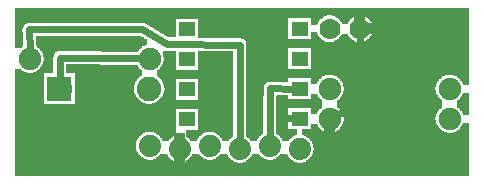
<source format=gbl>
G04 MADE WITH FRITZING*
G04 WWW.FRITZING.ORG*
G04 DOUBLE SIDED*
G04 HOLES PLATED*
G04 CONTOUR ON CENTER OF CONTOUR VECTOR*
%ASAXBY*%
%FSLAX23Y23*%
%MOIN*%
%OFA0B0*%
%SFA1.0B1.0*%
%ADD10C,0.075000*%
%ADD11C,0.074000*%
%ADD12C,0.070000*%
%ADD13C,0.082000*%
%ADD14R,0.055118X0.051181*%
%ADD15R,0.000110X0.000102*%
%ADD16R,0.082000X0.082000*%
%ADD17C,0.024000*%
%LNCOPPER0*%
G90*
G70*
G54D10*
X1293Y547D03*
G54D11*
X488Y141D03*
X588Y131D03*
X688Y141D03*
X788Y131D03*
X888Y141D03*
X988Y131D03*
G54D10*
X1088Y331D03*
X1488Y331D03*
X1088Y231D03*
X1488Y231D03*
G54D12*
X1088Y531D03*
X1188Y531D03*
G54D13*
X188Y331D03*
X486Y331D03*
G54D10*
X88Y431D03*
X488Y431D03*
G54D14*
X988Y531D03*
X988Y431D03*
X988Y331D03*
G54D15*
X988Y330D03*
G54D14*
X988Y231D03*
X613Y529D03*
X613Y429D03*
X613Y329D03*
X613Y229D03*
G54D16*
X187Y331D03*
G54D17*
X189Y435D02*
X460Y432D01*
D02*
X188Y363D02*
X189Y435D01*
D02*
X788Y162D02*
X788Y478D01*
D02*
X463Y529D02*
X87Y529D01*
D02*
X547Y480D02*
X463Y529D01*
D02*
X87Y529D02*
X88Y460D01*
D02*
X788Y478D02*
X547Y480D01*
D02*
X1188Y505D02*
X1187Y287D01*
D02*
X1187Y287D02*
X1113Y245D01*
D02*
X889Y332D02*
X966Y331D01*
D02*
X888Y172D02*
X889Y332D01*
G36*
X40Y600D02*
X40Y576D01*
X1196Y576D01*
X1196Y574D01*
X1202Y574D01*
X1202Y572D01*
X1206Y572D01*
X1206Y570D01*
X1210Y570D01*
X1210Y568D01*
X1212Y568D01*
X1212Y566D01*
X1216Y566D01*
X1216Y564D01*
X1218Y564D01*
X1218Y562D01*
X1220Y562D01*
X1220Y560D01*
X1222Y560D01*
X1222Y558D01*
X1224Y558D01*
X1224Y554D01*
X1226Y554D01*
X1226Y552D01*
X1228Y552D01*
X1228Y548D01*
X1230Y548D01*
X1230Y544D01*
X1232Y544D01*
X1232Y536D01*
X1234Y536D01*
X1234Y526D01*
X1232Y526D01*
X1232Y518D01*
X1230Y518D01*
X1230Y514D01*
X1228Y514D01*
X1228Y510D01*
X1226Y510D01*
X1226Y508D01*
X1224Y508D01*
X1224Y504D01*
X1222Y504D01*
X1222Y502D01*
X1220Y502D01*
X1220Y500D01*
X1218Y500D01*
X1218Y498D01*
X1216Y498D01*
X1216Y496D01*
X1214Y496D01*
X1214Y494D01*
X1210Y494D01*
X1210Y492D01*
X1208Y492D01*
X1208Y490D01*
X1202Y490D01*
X1202Y488D01*
X1196Y488D01*
X1196Y486D01*
X1552Y486D01*
X1552Y600D01*
X40Y600D01*
G37*
D02*
G36*
X40Y576D02*
X40Y566D01*
X1026Y566D01*
X1026Y542D01*
X1046Y542D01*
X1046Y546D01*
X1048Y546D01*
X1048Y550D01*
X1050Y550D01*
X1050Y554D01*
X1052Y554D01*
X1052Y556D01*
X1054Y556D01*
X1054Y560D01*
X1056Y560D01*
X1056Y562D01*
X1058Y562D01*
X1058Y564D01*
X1062Y564D01*
X1062Y566D01*
X1064Y566D01*
X1064Y568D01*
X1066Y568D01*
X1066Y570D01*
X1070Y570D01*
X1070Y572D01*
X1074Y572D01*
X1074Y574D01*
X1080Y574D01*
X1080Y576D01*
X40Y576D01*
G37*
D02*
G36*
X1096Y576D02*
X1096Y574D01*
X1102Y574D01*
X1102Y572D01*
X1106Y572D01*
X1106Y570D01*
X1110Y570D01*
X1110Y568D01*
X1112Y568D01*
X1112Y566D01*
X1116Y566D01*
X1116Y564D01*
X1118Y564D01*
X1118Y562D01*
X1120Y562D01*
X1120Y560D01*
X1122Y560D01*
X1122Y558D01*
X1124Y558D01*
X1124Y554D01*
X1126Y554D01*
X1126Y552D01*
X1128Y552D01*
X1128Y548D01*
X1148Y548D01*
X1148Y550D01*
X1150Y550D01*
X1150Y554D01*
X1152Y554D01*
X1152Y556D01*
X1154Y556D01*
X1154Y558D01*
X1156Y558D01*
X1156Y562D01*
X1158Y562D01*
X1158Y564D01*
X1162Y564D01*
X1162Y566D01*
X1164Y566D01*
X1164Y568D01*
X1166Y568D01*
X1166Y570D01*
X1170Y570D01*
X1170Y572D01*
X1174Y572D01*
X1174Y574D01*
X1180Y574D01*
X1180Y576D01*
X1096Y576D01*
G37*
D02*
G36*
X40Y566D02*
X40Y564D01*
X650Y564D01*
X650Y500D01*
X792Y500D01*
X792Y498D01*
X798Y498D01*
X798Y496D01*
X950Y496D01*
X950Y566D01*
X40Y566D01*
G37*
D02*
G36*
X40Y564D02*
X40Y550D01*
X472Y550D01*
X472Y548D01*
X476Y548D01*
X476Y546D01*
X480Y546D01*
X480Y544D01*
X482Y544D01*
X482Y542D01*
X486Y542D01*
X486Y540D01*
X490Y540D01*
X490Y538D01*
X492Y538D01*
X492Y536D01*
X496Y536D01*
X496Y534D01*
X500Y534D01*
X500Y532D01*
X502Y532D01*
X502Y530D01*
X506Y530D01*
X506Y528D01*
X510Y528D01*
X510Y526D01*
X514Y526D01*
X514Y524D01*
X516Y524D01*
X516Y522D01*
X520Y522D01*
X520Y520D01*
X524Y520D01*
X524Y518D01*
X526Y518D01*
X526Y516D01*
X530Y516D01*
X530Y514D01*
X534Y514D01*
X534Y512D01*
X536Y512D01*
X536Y510D01*
X540Y510D01*
X540Y508D01*
X544Y508D01*
X544Y506D01*
X546Y506D01*
X546Y504D01*
X550Y504D01*
X550Y502D01*
X576Y502D01*
X576Y564D01*
X40Y564D01*
G37*
D02*
G36*
X40Y550D02*
X40Y466D01*
X60Y466D01*
X60Y468D01*
X62Y468D01*
X62Y470D01*
X66Y470D01*
X66Y520D01*
X64Y520D01*
X64Y530D01*
X66Y530D01*
X66Y538D01*
X68Y538D01*
X68Y542D01*
X70Y542D01*
X70Y544D01*
X72Y544D01*
X72Y546D01*
X74Y546D01*
X74Y548D01*
X78Y548D01*
X78Y550D01*
X40Y550D01*
G37*
D02*
G36*
X1026Y520D02*
X1026Y496D01*
X1060Y496D01*
X1060Y498D01*
X1058Y498D01*
X1058Y500D01*
X1056Y500D01*
X1056Y502D01*
X1054Y502D01*
X1054Y506D01*
X1052Y506D01*
X1052Y508D01*
X1050Y508D01*
X1050Y510D01*
X1048Y510D01*
X1048Y514D01*
X1046Y514D01*
X1046Y520D01*
X1026Y520D01*
G37*
D02*
G36*
X1128Y514D02*
X1128Y510D01*
X1126Y510D01*
X1126Y508D01*
X1124Y508D01*
X1124Y504D01*
X1122Y504D01*
X1122Y502D01*
X1120Y502D01*
X1120Y500D01*
X1118Y500D01*
X1118Y498D01*
X1116Y498D01*
X1116Y496D01*
X1114Y496D01*
X1114Y494D01*
X1110Y494D01*
X1110Y492D01*
X1106Y492D01*
X1106Y490D01*
X1102Y490D01*
X1102Y488D01*
X1096Y488D01*
X1096Y486D01*
X1180Y486D01*
X1180Y488D01*
X1174Y488D01*
X1174Y490D01*
X1170Y490D01*
X1170Y492D01*
X1166Y492D01*
X1166Y494D01*
X1164Y494D01*
X1164Y496D01*
X1160Y496D01*
X1160Y498D01*
X1158Y498D01*
X1158Y500D01*
X1156Y500D01*
X1156Y502D01*
X1154Y502D01*
X1154Y506D01*
X1152Y506D01*
X1152Y508D01*
X1150Y508D01*
X1150Y512D01*
X1148Y512D01*
X1148Y514D01*
X1128Y514D01*
G37*
D02*
G36*
X110Y506D02*
X110Y472D01*
X112Y472D01*
X112Y470D01*
X114Y470D01*
X114Y468D01*
X116Y468D01*
X116Y466D01*
X120Y466D01*
X120Y464D01*
X122Y464D01*
X122Y460D01*
X124Y460D01*
X124Y458D01*
X126Y458D01*
X126Y456D01*
X326Y456D01*
X326Y454D01*
X448Y454D01*
X448Y456D01*
X450Y456D01*
X450Y458D01*
X452Y458D01*
X452Y460D01*
X454Y460D01*
X454Y462D01*
X456Y462D01*
X456Y464D01*
X458Y464D01*
X458Y466D01*
X460Y466D01*
X460Y468D01*
X462Y468D01*
X462Y470D01*
X464Y470D01*
X464Y472D01*
X468Y472D01*
X468Y474D01*
X472Y474D01*
X472Y476D01*
X478Y476D01*
X478Y496D01*
X474Y496D01*
X474Y498D01*
X470Y498D01*
X470Y500D01*
X468Y500D01*
X468Y502D01*
X464Y502D01*
X464Y504D01*
X460Y504D01*
X460Y506D01*
X110Y506D01*
G37*
D02*
G36*
X802Y496D02*
X802Y494D01*
X1064Y494D01*
X1064Y496D01*
X802Y496D01*
G37*
D02*
G36*
X802Y496D02*
X802Y494D01*
X1064Y494D01*
X1064Y496D01*
X802Y496D01*
G37*
D02*
G36*
X804Y494D02*
X804Y492D01*
X806Y492D01*
X806Y490D01*
X808Y490D01*
X808Y486D01*
X1080Y486D01*
X1080Y488D01*
X1074Y488D01*
X1074Y490D01*
X1070Y490D01*
X1070Y492D01*
X1066Y492D01*
X1066Y494D01*
X804Y494D01*
G37*
D02*
G36*
X810Y486D02*
X810Y484D01*
X1552Y484D01*
X1552Y486D01*
X810Y486D01*
G37*
D02*
G36*
X810Y486D02*
X810Y484D01*
X1552Y484D01*
X1552Y486D01*
X810Y486D01*
G37*
D02*
G36*
X810Y486D02*
X810Y484D01*
X1552Y484D01*
X1552Y486D01*
X810Y486D01*
G37*
D02*
G36*
X810Y484D02*
X810Y466D01*
X1026Y466D01*
X1026Y396D01*
X1552Y396D01*
X1552Y484D01*
X810Y484D01*
G37*
D02*
G36*
X810Y466D02*
X810Y396D01*
X950Y396D01*
X950Y466D01*
X810Y466D01*
G37*
D02*
G36*
X534Y458D02*
X534Y438D01*
X536Y438D01*
X536Y424D01*
X534Y424D01*
X534Y416D01*
X532Y416D01*
X532Y412D01*
X530Y412D01*
X530Y408D01*
X528Y408D01*
X528Y406D01*
X526Y406D01*
X526Y404D01*
X524Y404D01*
X524Y400D01*
X522Y400D01*
X522Y398D01*
X520Y398D01*
X520Y396D01*
X518Y396D01*
X518Y394D01*
X514Y394D01*
X514Y392D01*
X576Y392D01*
X576Y458D01*
X534Y458D01*
G37*
D02*
G36*
X128Y456D02*
X128Y452D01*
X130Y452D01*
X130Y450D01*
X132Y450D01*
X132Y444D01*
X134Y444D01*
X134Y438D01*
X136Y438D01*
X136Y424D01*
X134Y424D01*
X134Y418D01*
X132Y418D01*
X132Y412D01*
X130Y412D01*
X130Y408D01*
X128Y408D01*
X128Y406D01*
X126Y406D01*
X126Y404D01*
X124Y404D01*
X124Y400D01*
X122Y400D01*
X122Y398D01*
X120Y398D01*
X120Y396D01*
X118Y396D01*
X118Y394D01*
X114Y394D01*
X114Y392D01*
X112Y392D01*
X112Y390D01*
X108Y390D01*
X108Y388D01*
X104Y388D01*
X104Y386D01*
X98Y386D01*
X98Y384D01*
X166Y384D01*
X166Y438D01*
X168Y438D01*
X168Y444D01*
X170Y444D01*
X170Y448D01*
X172Y448D01*
X172Y450D01*
X174Y450D01*
X174Y452D01*
X176Y452D01*
X176Y454D01*
X180Y454D01*
X180Y456D01*
X128Y456D01*
G37*
D02*
G36*
X650Y456D02*
X650Y392D01*
X766Y392D01*
X766Y456D01*
X650Y456D01*
G37*
D02*
G36*
X210Y412D02*
X210Y382D01*
X238Y382D01*
X238Y334D01*
X240Y334D01*
X240Y328D01*
X238Y328D01*
X238Y280D01*
X476Y280D01*
X476Y282D01*
X470Y282D01*
X470Y284D01*
X466Y284D01*
X466Y286D01*
X462Y286D01*
X462Y288D01*
X460Y288D01*
X460Y290D01*
X456Y290D01*
X456Y292D01*
X454Y292D01*
X454Y294D01*
X452Y294D01*
X452Y296D01*
X450Y296D01*
X450Y298D01*
X448Y298D01*
X448Y300D01*
X446Y300D01*
X446Y304D01*
X444Y304D01*
X444Y306D01*
X442Y306D01*
X442Y310D01*
X440Y310D01*
X440Y314D01*
X438Y314D01*
X438Y318D01*
X436Y318D01*
X436Y342D01*
X438Y342D01*
X438Y348D01*
X440Y348D01*
X440Y352D01*
X442Y352D01*
X442Y356D01*
X444Y356D01*
X444Y358D01*
X446Y358D01*
X446Y362D01*
X448Y362D01*
X448Y364D01*
X450Y364D01*
X450Y366D01*
X452Y366D01*
X452Y368D01*
X454Y368D01*
X454Y370D01*
X456Y370D01*
X456Y372D01*
X460Y372D01*
X460Y374D01*
X462Y374D01*
X462Y394D01*
X460Y394D01*
X460Y396D01*
X458Y396D01*
X458Y398D01*
X454Y398D01*
X454Y402D01*
X452Y402D01*
X452Y404D01*
X450Y404D01*
X450Y406D01*
X448Y406D01*
X448Y410D01*
X324Y410D01*
X324Y412D01*
X210Y412D01*
G37*
D02*
G36*
X40Y396D02*
X40Y384D01*
X78Y384D01*
X78Y386D01*
X72Y386D01*
X72Y388D01*
X68Y388D01*
X68Y390D01*
X64Y390D01*
X64Y392D01*
X62Y392D01*
X62Y394D01*
X60Y394D01*
X60Y396D01*
X40Y396D01*
G37*
D02*
G36*
X810Y396D02*
X810Y394D01*
X1552Y394D01*
X1552Y396D01*
X810Y396D01*
G37*
D02*
G36*
X810Y396D02*
X810Y394D01*
X1552Y394D01*
X1552Y396D01*
X810Y396D01*
G37*
D02*
G36*
X810Y394D02*
X810Y378D01*
X1498Y378D01*
X1498Y376D01*
X1504Y376D01*
X1504Y374D01*
X1508Y374D01*
X1508Y372D01*
X1512Y372D01*
X1512Y370D01*
X1514Y370D01*
X1514Y368D01*
X1516Y368D01*
X1516Y366D01*
X1520Y366D01*
X1520Y364D01*
X1522Y364D01*
X1522Y362D01*
X1524Y362D01*
X1524Y358D01*
X1526Y358D01*
X1526Y356D01*
X1528Y356D01*
X1528Y352D01*
X1530Y352D01*
X1530Y350D01*
X1532Y350D01*
X1532Y344D01*
X1552Y344D01*
X1552Y394D01*
X810Y394D01*
G37*
D02*
G36*
X512Y392D02*
X512Y390D01*
X766Y390D01*
X766Y392D01*
X512Y392D01*
G37*
D02*
G36*
X512Y392D02*
X512Y390D01*
X766Y390D01*
X766Y392D01*
X512Y392D01*
G37*
D02*
G36*
X512Y390D02*
X512Y372D01*
X516Y372D01*
X516Y370D01*
X518Y370D01*
X518Y368D01*
X520Y368D01*
X520Y366D01*
X522Y366D01*
X522Y364D01*
X650Y364D01*
X650Y292D01*
X766Y292D01*
X766Y390D01*
X512Y390D01*
G37*
D02*
G36*
X40Y384D02*
X40Y382D01*
X166Y382D01*
X166Y384D01*
X40Y384D01*
G37*
D02*
G36*
X40Y384D02*
X40Y382D01*
X166Y382D01*
X166Y384D01*
X40Y384D01*
G37*
D02*
G36*
X40Y382D02*
X40Y280D01*
X136Y280D01*
X136Y382D01*
X40Y382D01*
G37*
D02*
G36*
X810Y378D02*
X810Y366D01*
X1026Y366D01*
X1026Y348D01*
X1046Y348D01*
X1046Y352D01*
X1048Y352D01*
X1048Y356D01*
X1050Y356D01*
X1050Y358D01*
X1052Y358D01*
X1052Y360D01*
X1054Y360D01*
X1054Y362D01*
X1056Y362D01*
X1056Y364D01*
X1058Y364D01*
X1058Y366D01*
X1060Y366D01*
X1060Y368D01*
X1062Y368D01*
X1062Y370D01*
X1064Y370D01*
X1064Y372D01*
X1068Y372D01*
X1068Y374D01*
X1072Y374D01*
X1072Y376D01*
X1078Y376D01*
X1078Y378D01*
X810Y378D01*
G37*
D02*
G36*
X1098Y378D02*
X1098Y376D01*
X1104Y376D01*
X1104Y374D01*
X1108Y374D01*
X1108Y372D01*
X1112Y372D01*
X1112Y370D01*
X1114Y370D01*
X1114Y368D01*
X1116Y368D01*
X1116Y366D01*
X1120Y366D01*
X1120Y364D01*
X1122Y364D01*
X1122Y362D01*
X1124Y362D01*
X1124Y358D01*
X1126Y358D01*
X1126Y356D01*
X1128Y356D01*
X1128Y352D01*
X1130Y352D01*
X1130Y350D01*
X1132Y350D01*
X1132Y344D01*
X1134Y344D01*
X1134Y338D01*
X1136Y338D01*
X1136Y324D01*
X1134Y324D01*
X1134Y316D01*
X1132Y316D01*
X1132Y312D01*
X1130Y312D01*
X1130Y308D01*
X1128Y308D01*
X1128Y306D01*
X1126Y306D01*
X1126Y304D01*
X1124Y304D01*
X1124Y300D01*
X1122Y300D01*
X1122Y298D01*
X1120Y298D01*
X1120Y296D01*
X1118Y296D01*
X1118Y294D01*
X1114Y294D01*
X1114Y292D01*
X1112Y292D01*
X1112Y270D01*
X1114Y270D01*
X1114Y268D01*
X1116Y268D01*
X1116Y266D01*
X1120Y266D01*
X1120Y264D01*
X1122Y264D01*
X1122Y262D01*
X1124Y262D01*
X1124Y258D01*
X1126Y258D01*
X1126Y256D01*
X1128Y256D01*
X1128Y252D01*
X1130Y252D01*
X1130Y250D01*
X1132Y250D01*
X1132Y244D01*
X1134Y244D01*
X1134Y238D01*
X1136Y238D01*
X1136Y224D01*
X1134Y224D01*
X1134Y216D01*
X1132Y216D01*
X1132Y212D01*
X1130Y212D01*
X1130Y208D01*
X1128Y208D01*
X1128Y206D01*
X1126Y206D01*
X1126Y204D01*
X1124Y204D01*
X1124Y200D01*
X1122Y200D01*
X1122Y198D01*
X1120Y198D01*
X1120Y196D01*
X1118Y196D01*
X1118Y194D01*
X1114Y194D01*
X1114Y192D01*
X1112Y192D01*
X1112Y190D01*
X1108Y190D01*
X1108Y188D01*
X1104Y188D01*
X1104Y186D01*
X1098Y186D01*
X1098Y184D01*
X1478Y184D01*
X1478Y186D01*
X1472Y186D01*
X1472Y188D01*
X1468Y188D01*
X1468Y190D01*
X1464Y190D01*
X1464Y192D01*
X1462Y192D01*
X1462Y194D01*
X1460Y194D01*
X1460Y196D01*
X1458Y196D01*
X1458Y198D01*
X1456Y198D01*
X1456Y200D01*
X1454Y200D01*
X1454Y202D01*
X1452Y202D01*
X1452Y204D01*
X1450Y204D01*
X1450Y206D01*
X1448Y206D01*
X1448Y210D01*
X1446Y210D01*
X1446Y214D01*
X1444Y214D01*
X1444Y218D01*
X1442Y218D01*
X1442Y226D01*
X1440Y226D01*
X1440Y236D01*
X1442Y236D01*
X1442Y244D01*
X1444Y244D01*
X1444Y248D01*
X1446Y248D01*
X1446Y252D01*
X1448Y252D01*
X1448Y256D01*
X1450Y256D01*
X1450Y258D01*
X1452Y258D01*
X1452Y260D01*
X1454Y260D01*
X1454Y262D01*
X1456Y262D01*
X1456Y264D01*
X1458Y264D01*
X1458Y266D01*
X1460Y266D01*
X1460Y268D01*
X1462Y268D01*
X1462Y270D01*
X1464Y270D01*
X1464Y292D01*
X1462Y292D01*
X1462Y294D01*
X1460Y294D01*
X1460Y296D01*
X1458Y296D01*
X1458Y298D01*
X1456Y298D01*
X1456Y300D01*
X1454Y300D01*
X1454Y302D01*
X1452Y302D01*
X1452Y304D01*
X1450Y304D01*
X1450Y306D01*
X1448Y306D01*
X1448Y310D01*
X1446Y310D01*
X1446Y314D01*
X1444Y314D01*
X1444Y318D01*
X1442Y318D01*
X1442Y326D01*
X1440Y326D01*
X1440Y336D01*
X1442Y336D01*
X1442Y344D01*
X1444Y344D01*
X1444Y348D01*
X1446Y348D01*
X1446Y352D01*
X1448Y352D01*
X1448Y356D01*
X1450Y356D01*
X1450Y358D01*
X1452Y358D01*
X1452Y360D01*
X1454Y360D01*
X1454Y362D01*
X1456Y362D01*
X1456Y364D01*
X1458Y364D01*
X1458Y366D01*
X1460Y366D01*
X1460Y368D01*
X1462Y368D01*
X1462Y370D01*
X1464Y370D01*
X1464Y372D01*
X1468Y372D01*
X1468Y374D01*
X1472Y374D01*
X1472Y376D01*
X1478Y376D01*
X1478Y378D01*
X1098Y378D01*
G37*
D02*
G36*
X810Y366D02*
X810Y170D01*
X814Y170D01*
X814Y168D01*
X816Y168D01*
X816Y166D01*
X818Y166D01*
X818Y164D01*
X820Y164D01*
X820Y162D01*
X822Y162D01*
X822Y160D01*
X824Y160D01*
X824Y158D01*
X846Y158D01*
X846Y162D01*
X848Y162D01*
X848Y164D01*
X850Y164D01*
X850Y168D01*
X852Y168D01*
X852Y170D01*
X854Y170D01*
X854Y172D01*
X856Y172D01*
X856Y174D01*
X858Y174D01*
X858Y176D01*
X860Y176D01*
X860Y178D01*
X862Y178D01*
X862Y180D01*
X866Y180D01*
X866Y308D01*
X868Y308D01*
X868Y340D01*
X870Y340D01*
X870Y344D01*
X872Y344D01*
X872Y346D01*
X874Y346D01*
X874Y348D01*
X876Y348D01*
X876Y350D01*
X878Y350D01*
X878Y352D01*
X884Y352D01*
X884Y354D01*
X950Y354D01*
X950Y366D01*
X810Y366D01*
G37*
D02*
G36*
X524Y364D02*
X524Y362D01*
X526Y362D01*
X526Y360D01*
X528Y360D01*
X528Y356D01*
X530Y356D01*
X530Y354D01*
X532Y354D01*
X532Y350D01*
X534Y350D01*
X534Y344D01*
X536Y344D01*
X536Y334D01*
X538Y334D01*
X538Y328D01*
X536Y328D01*
X536Y318D01*
X534Y318D01*
X534Y312D01*
X532Y312D01*
X532Y308D01*
X530Y308D01*
X530Y306D01*
X528Y306D01*
X528Y302D01*
X526Y302D01*
X526Y300D01*
X524Y300D01*
X524Y298D01*
X522Y298D01*
X522Y296D01*
X520Y296D01*
X520Y294D01*
X518Y294D01*
X518Y292D01*
X576Y292D01*
X576Y364D01*
X524Y364D01*
G37*
D02*
G36*
X516Y292D02*
X516Y290D01*
X766Y290D01*
X766Y292D01*
X516Y292D01*
G37*
D02*
G36*
X516Y292D02*
X516Y290D01*
X766Y290D01*
X766Y292D01*
X516Y292D01*
G37*
D02*
G36*
X514Y290D02*
X514Y288D01*
X510Y288D01*
X510Y286D01*
X506Y286D01*
X506Y284D01*
X502Y284D01*
X502Y282D01*
X496Y282D01*
X496Y280D01*
X766Y280D01*
X766Y290D01*
X514Y290D01*
G37*
D02*
G36*
X40Y280D02*
X40Y278D01*
X766Y278D01*
X766Y280D01*
X40Y280D01*
G37*
D02*
G36*
X40Y280D02*
X40Y278D01*
X766Y278D01*
X766Y280D01*
X40Y280D01*
G37*
D02*
G36*
X40Y280D02*
X40Y278D01*
X766Y278D01*
X766Y280D01*
X40Y280D01*
G37*
D02*
G36*
X40Y278D02*
X40Y264D01*
X650Y264D01*
X650Y192D01*
X608Y192D01*
X608Y188D01*
X696Y188D01*
X696Y186D01*
X702Y186D01*
X702Y184D01*
X708Y184D01*
X708Y182D01*
X710Y182D01*
X710Y180D01*
X714Y180D01*
X714Y178D01*
X716Y178D01*
X716Y176D01*
X718Y176D01*
X718Y174D01*
X720Y174D01*
X720Y172D01*
X722Y172D01*
X722Y170D01*
X724Y170D01*
X724Y168D01*
X726Y168D01*
X726Y166D01*
X728Y166D01*
X728Y162D01*
X730Y162D01*
X730Y158D01*
X752Y158D01*
X752Y160D01*
X754Y160D01*
X754Y162D01*
X756Y162D01*
X756Y164D01*
X758Y164D01*
X758Y166D01*
X760Y166D01*
X760Y168D01*
X762Y168D01*
X762Y170D01*
X766Y170D01*
X766Y278D01*
X40Y278D01*
G37*
D02*
G36*
X40Y264D02*
X40Y188D01*
X496Y188D01*
X496Y186D01*
X502Y186D01*
X502Y184D01*
X508Y184D01*
X508Y182D01*
X510Y182D01*
X510Y180D01*
X514Y180D01*
X514Y178D01*
X516Y178D01*
X516Y176D01*
X518Y176D01*
X518Y174D01*
X520Y174D01*
X520Y172D01*
X522Y172D01*
X522Y170D01*
X524Y170D01*
X524Y168D01*
X526Y168D01*
X526Y166D01*
X528Y166D01*
X528Y162D01*
X530Y162D01*
X530Y158D01*
X552Y158D01*
X552Y160D01*
X554Y160D01*
X554Y162D01*
X556Y162D01*
X556Y164D01*
X558Y164D01*
X558Y166D01*
X560Y166D01*
X560Y168D01*
X562Y168D01*
X562Y170D01*
X566Y170D01*
X566Y172D01*
X570Y172D01*
X570Y174D01*
X574Y174D01*
X574Y176D01*
X576Y176D01*
X576Y264D01*
X40Y264D01*
G37*
D02*
G36*
X1532Y216D02*
X1532Y212D01*
X1530Y212D01*
X1530Y208D01*
X1528Y208D01*
X1528Y206D01*
X1526Y206D01*
X1526Y204D01*
X1524Y204D01*
X1524Y200D01*
X1522Y200D01*
X1522Y198D01*
X1520Y198D01*
X1520Y196D01*
X1518Y196D01*
X1518Y194D01*
X1514Y194D01*
X1514Y192D01*
X1512Y192D01*
X1512Y190D01*
X1508Y190D01*
X1508Y188D01*
X1504Y188D01*
X1504Y186D01*
X1498Y186D01*
X1498Y184D01*
X1552Y184D01*
X1552Y216D01*
X1532Y216D01*
G37*
D02*
G36*
X1026Y214D02*
X1026Y196D01*
X996Y196D01*
X996Y184D01*
X1078Y184D01*
X1078Y186D01*
X1072Y186D01*
X1072Y188D01*
X1068Y188D01*
X1068Y190D01*
X1064Y190D01*
X1064Y192D01*
X1062Y192D01*
X1062Y194D01*
X1060Y194D01*
X1060Y196D01*
X1058Y196D01*
X1058Y198D01*
X1056Y198D01*
X1056Y200D01*
X1054Y200D01*
X1054Y202D01*
X1052Y202D01*
X1052Y204D01*
X1050Y204D01*
X1050Y206D01*
X1048Y206D01*
X1048Y210D01*
X1046Y210D01*
X1046Y214D01*
X1026Y214D01*
G37*
D02*
G36*
X40Y188D02*
X40Y94D01*
X480Y94D01*
X480Y96D01*
X474Y96D01*
X474Y98D01*
X468Y98D01*
X468Y100D01*
X466Y100D01*
X466Y102D01*
X462Y102D01*
X462Y104D01*
X460Y104D01*
X460Y106D01*
X458Y106D01*
X458Y108D01*
X456Y108D01*
X456Y110D01*
X454Y110D01*
X454Y112D01*
X452Y112D01*
X452Y114D01*
X450Y114D01*
X450Y118D01*
X448Y118D01*
X448Y120D01*
X446Y120D01*
X446Y124D01*
X444Y124D01*
X444Y130D01*
X442Y130D01*
X442Y152D01*
X444Y152D01*
X444Y158D01*
X446Y158D01*
X446Y162D01*
X448Y162D01*
X448Y164D01*
X450Y164D01*
X450Y168D01*
X452Y168D01*
X452Y170D01*
X454Y170D01*
X454Y172D01*
X456Y172D01*
X456Y174D01*
X458Y174D01*
X458Y176D01*
X460Y176D01*
X460Y178D01*
X462Y178D01*
X462Y180D01*
X466Y180D01*
X466Y182D01*
X470Y182D01*
X470Y184D01*
X474Y184D01*
X474Y186D01*
X480Y186D01*
X480Y188D01*
X40Y188D01*
G37*
D02*
G36*
X608Y188D02*
X608Y172D01*
X610Y172D01*
X610Y170D01*
X614Y170D01*
X614Y168D01*
X616Y168D01*
X616Y166D01*
X618Y166D01*
X618Y164D01*
X620Y164D01*
X620Y162D01*
X622Y162D01*
X622Y160D01*
X624Y160D01*
X624Y158D01*
X646Y158D01*
X646Y162D01*
X648Y162D01*
X648Y164D01*
X650Y164D01*
X650Y168D01*
X652Y168D01*
X652Y170D01*
X654Y170D01*
X654Y172D01*
X656Y172D01*
X656Y174D01*
X658Y174D01*
X658Y176D01*
X660Y176D01*
X660Y178D01*
X662Y178D01*
X662Y180D01*
X666Y180D01*
X666Y182D01*
X670Y182D01*
X670Y184D01*
X674Y184D01*
X674Y186D01*
X680Y186D01*
X680Y188D01*
X608Y188D01*
G37*
D02*
G36*
X996Y184D02*
X996Y182D01*
X1552Y182D01*
X1552Y184D01*
X996Y184D01*
G37*
D02*
G36*
X996Y184D02*
X996Y182D01*
X1552Y182D01*
X1552Y184D01*
X996Y184D01*
G37*
D02*
G36*
X996Y184D02*
X996Y182D01*
X1552Y182D01*
X1552Y184D01*
X996Y184D01*
G37*
D02*
G36*
X996Y182D02*
X996Y176D01*
X1002Y176D01*
X1002Y174D01*
X1008Y174D01*
X1008Y172D01*
X1010Y172D01*
X1010Y170D01*
X1014Y170D01*
X1014Y168D01*
X1016Y168D01*
X1016Y166D01*
X1018Y166D01*
X1018Y164D01*
X1020Y164D01*
X1020Y162D01*
X1022Y162D01*
X1022Y160D01*
X1024Y160D01*
X1024Y158D01*
X1026Y158D01*
X1026Y156D01*
X1028Y156D01*
X1028Y152D01*
X1030Y152D01*
X1030Y148D01*
X1032Y148D01*
X1032Y144D01*
X1034Y144D01*
X1034Y134D01*
X1036Y134D01*
X1036Y128D01*
X1034Y128D01*
X1034Y118D01*
X1032Y118D01*
X1032Y114D01*
X1030Y114D01*
X1030Y110D01*
X1028Y110D01*
X1028Y106D01*
X1026Y106D01*
X1026Y104D01*
X1024Y104D01*
X1024Y102D01*
X1022Y102D01*
X1022Y100D01*
X1020Y100D01*
X1020Y98D01*
X1018Y98D01*
X1018Y96D01*
X1016Y96D01*
X1016Y94D01*
X1014Y94D01*
X1014Y92D01*
X1010Y92D01*
X1010Y90D01*
X1008Y90D01*
X1008Y88D01*
X1004Y88D01*
X1004Y86D01*
X998Y86D01*
X998Y84D01*
X1552Y84D01*
X1552Y182D01*
X996Y182D01*
G37*
D02*
G36*
X524Y114D02*
X524Y112D01*
X522Y112D01*
X522Y110D01*
X520Y110D01*
X520Y108D01*
X518Y108D01*
X518Y106D01*
X516Y106D01*
X516Y104D01*
X514Y104D01*
X514Y102D01*
X510Y102D01*
X510Y100D01*
X508Y100D01*
X508Y98D01*
X504Y98D01*
X504Y96D01*
X498Y96D01*
X498Y94D01*
X560Y94D01*
X560Y96D01*
X558Y96D01*
X558Y98D01*
X556Y98D01*
X556Y100D01*
X554Y100D01*
X554Y102D01*
X552Y102D01*
X552Y104D01*
X550Y104D01*
X550Y108D01*
X548Y108D01*
X548Y110D01*
X546Y110D01*
X546Y114D01*
X524Y114D01*
G37*
D02*
G36*
X630Y114D02*
X630Y110D01*
X628Y110D01*
X628Y106D01*
X626Y106D01*
X626Y104D01*
X624Y104D01*
X624Y102D01*
X622Y102D01*
X622Y100D01*
X620Y100D01*
X620Y98D01*
X618Y98D01*
X618Y96D01*
X616Y96D01*
X616Y94D01*
X680Y94D01*
X680Y96D01*
X674Y96D01*
X674Y98D01*
X668Y98D01*
X668Y100D01*
X666Y100D01*
X666Y102D01*
X662Y102D01*
X662Y104D01*
X660Y104D01*
X660Y106D01*
X658Y106D01*
X658Y108D01*
X656Y108D01*
X656Y110D01*
X654Y110D01*
X654Y112D01*
X652Y112D01*
X652Y114D01*
X630Y114D01*
G37*
D02*
G36*
X724Y114D02*
X724Y112D01*
X722Y112D01*
X722Y110D01*
X720Y110D01*
X720Y108D01*
X718Y108D01*
X718Y106D01*
X716Y106D01*
X716Y104D01*
X714Y104D01*
X714Y102D01*
X710Y102D01*
X710Y100D01*
X708Y100D01*
X708Y98D01*
X704Y98D01*
X704Y96D01*
X698Y96D01*
X698Y94D01*
X760Y94D01*
X760Y96D01*
X758Y96D01*
X758Y98D01*
X756Y98D01*
X756Y100D01*
X754Y100D01*
X754Y102D01*
X752Y102D01*
X752Y104D01*
X750Y104D01*
X750Y108D01*
X748Y108D01*
X748Y110D01*
X746Y110D01*
X746Y114D01*
X724Y114D01*
G37*
D02*
G36*
X830Y114D02*
X830Y110D01*
X828Y110D01*
X828Y106D01*
X826Y106D01*
X826Y104D01*
X824Y104D01*
X824Y102D01*
X822Y102D01*
X822Y100D01*
X820Y100D01*
X820Y98D01*
X818Y98D01*
X818Y96D01*
X816Y96D01*
X816Y94D01*
X880Y94D01*
X880Y96D01*
X874Y96D01*
X874Y98D01*
X868Y98D01*
X868Y100D01*
X866Y100D01*
X866Y102D01*
X862Y102D01*
X862Y104D01*
X860Y104D01*
X860Y106D01*
X858Y106D01*
X858Y108D01*
X856Y108D01*
X856Y110D01*
X854Y110D01*
X854Y112D01*
X852Y112D01*
X852Y114D01*
X830Y114D01*
G37*
D02*
G36*
X924Y114D02*
X924Y112D01*
X922Y112D01*
X922Y110D01*
X920Y110D01*
X920Y108D01*
X918Y108D01*
X918Y106D01*
X916Y106D01*
X916Y104D01*
X914Y104D01*
X914Y102D01*
X910Y102D01*
X910Y100D01*
X908Y100D01*
X908Y98D01*
X904Y98D01*
X904Y96D01*
X898Y96D01*
X898Y94D01*
X960Y94D01*
X960Y96D01*
X958Y96D01*
X958Y98D01*
X956Y98D01*
X956Y100D01*
X954Y100D01*
X954Y102D01*
X952Y102D01*
X952Y104D01*
X950Y104D01*
X950Y108D01*
X948Y108D01*
X948Y110D01*
X946Y110D01*
X946Y114D01*
X924Y114D01*
G37*
D02*
G36*
X40Y94D02*
X40Y92D01*
X562Y92D01*
X562Y94D01*
X40Y94D01*
G37*
D02*
G36*
X40Y94D02*
X40Y92D01*
X562Y92D01*
X562Y94D01*
X40Y94D01*
G37*
D02*
G36*
X614Y94D02*
X614Y92D01*
X762Y92D01*
X762Y94D01*
X614Y94D01*
G37*
D02*
G36*
X614Y94D02*
X614Y92D01*
X762Y92D01*
X762Y94D01*
X614Y94D01*
G37*
D02*
G36*
X814Y94D02*
X814Y92D01*
X962Y92D01*
X962Y94D01*
X814Y94D01*
G37*
D02*
G36*
X814Y94D02*
X814Y92D01*
X962Y92D01*
X962Y94D01*
X814Y94D01*
G37*
D02*
G36*
X40Y92D02*
X40Y84D01*
X580Y84D01*
X580Y86D01*
X574Y86D01*
X574Y88D01*
X568Y88D01*
X568Y90D01*
X566Y90D01*
X566Y92D01*
X40Y92D01*
G37*
D02*
G36*
X610Y92D02*
X610Y90D01*
X608Y90D01*
X608Y88D01*
X604Y88D01*
X604Y86D01*
X598Y86D01*
X598Y84D01*
X780Y84D01*
X780Y86D01*
X774Y86D01*
X774Y88D01*
X768Y88D01*
X768Y90D01*
X766Y90D01*
X766Y92D01*
X610Y92D01*
G37*
D02*
G36*
X810Y92D02*
X810Y90D01*
X808Y90D01*
X808Y88D01*
X804Y88D01*
X804Y86D01*
X798Y86D01*
X798Y84D01*
X980Y84D01*
X980Y86D01*
X974Y86D01*
X974Y88D01*
X968Y88D01*
X968Y90D01*
X966Y90D01*
X966Y92D01*
X810Y92D01*
G37*
D02*
G36*
X40Y84D02*
X40Y82D01*
X1552Y82D01*
X1552Y84D01*
X40Y84D01*
G37*
D02*
G36*
X40Y84D02*
X40Y82D01*
X1552Y82D01*
X1552Y84D01*
X40Y84D01*
G37*
D02*
G36*
X40Y84D02*
X40Y82D01*
X1552Y82D01*
X1552Y84D01*
X40Y84D01*
G37*
D02*
G36*
X40Y84D02*
X40Y82D01*
X1552Y82D01*
X1552Y84D01*
X40Y84D01*
G37*
D02*
G36*
X40Y82D02*
X40Y40D01*
X1552Y40D01*
X1552Y82D01*
X40Y82D01*
G37*
D02*
G36*
X1532Y316D02*
X1532Y312D01*
X1530Y312D01*
X1530Y308D01*
X1528Y308D01*
X1528Y306D01*
X1526Y306D01*
X1526Y304D01*
X1524Y304D01*
X1524Y300D01*
X1522Y300D01*
X1522Y298D01*
X1520Y298D01*
X1520Y296D01*
X1518Y296D01*
X1518Y294D01*
X1514Y294D01*
X1514Y292D01*
X1512Y292D01*
X1512Y270D01*
X1514Y270D01*
X1514Y268D01*
X1516Y268D01*
X1516Y266D01*
X1520Y266D01*
X1520Y264D01*
X1522Y264D01*
X1522Y262D01*
X1524Y262D01*
X1524Y258D01*
X1526Y258D01*
X1526Y256D01*
X1528Y256D01*
X1528Y252D01*
X1530Y252D01*
X1530Y250D01*
X1532Y250D01*
X1532Y244D01*
X1552Y244D01*
X1552Y316D01*
X1532Y316D01*
G37*
D02*
G36*
X1026Y314D02*
X1026Y296D01*
X1058Y296D01*
X1058Y298D01*
X1056Y298D01*
X1056Y300D01*
X1054Y300D01*
X1054Y302D01*
X1052Y302D01*
X1052Y304D01*
X1050Y304D01*
X1050Y306D01*
X1048Y306D01*
X1048Y310D01*
X1046Y310D01*
X1046Y314D01*
X1026Y314D01*
G37*
D02*
G36*
X912Y310D02*
X912Y306D01*
X910Y306D01*
X910Y296D01*
X950Y296D01*
X950Y310D01*
X912Y310D01*
G37*
D02*
G36*
X910Y296D02*
X910Y294D01*
X1060Y294D01*
X1060Y296D01*
X910Y296D01*
G37*
D02*
G36*
X910Y296D02*
X910Y294D01*
X1060Y294D01*
X1060Y296D01*
X910Y296D01*
G37*
D02*
G36*
X910Y294D02*
X910Y266D01*
X1026Y266D01*
X1026Y248D01*
X1046Y248D01*
X1046Y252D01*
X1048Y252D01*
X1048Y256D01*
X1050Y256D01*
X1050Y258D01*
X1052Y258D01*
X1052Y260D01*
X1054Y260D01*
X1054Y262D01*
X1056Y262D01*
X1056Y264D01*
X1058Y264D01*
X1058Y266D01*
X1060Y266D01*
X1060Y268D01*
X1062Y268D01*
X1062Y270D01*
X1064Y270D01*
X1064Y292D01*
X1062Y292D01*
X1062Y294D01*
X910Y294D01*
G37*
D02*
G36*
X910Y266D02*
X910Y180D01*
X914Y180D01*
X914Y178D01*
X916Y178D01*
X916Y176D01*
X918Y176D01*
X918Y174D01*
X920Y174D01*
X920Y172D01*
X922Y172D01*
X922Y170D01*
X924Y170D01*
X924Y168D01*
X926Y168D01*
X926Y166D01*
X928Y166D01*
X928Y162D01*
X930Y162D01*
X930Y158D01*
X952Y158D01*
X952Y160D01*
X954Y160D01*
X954Y162D01*
X956Y162D01*
X956Y164D01*
X958Y164D01*
X958Y166D01*
X960Y166D01*
X960Y168D01*
X962Y168D01*
X962Y170D01*
X966Y170D01*
X966Y172D01*
X970Y172D01*
X970Y174D01*
X974Y174D01*
X974Y176D01*
X980Y176D01*
X980Y196D01*
X950Y196D01*
X950Y266D01*
X910Y266D01*
G37*
D02*
G36*
X946Y245D02*
X986Y245D01*
X986Y220D01*
X946Y220D01*
X946Y245D01*
G37*
D02*
G36*
X1069Y216D02*
X1106Y216D01*
X1106Y184D01*
X1069Y184D01*
X1069Y216D01*
G37*
D02*
G36*
X1170Y580D02*
X1205Y580D01*
X1205Y548D01*
X1170Y548D01*
X1170Y580D01*
G37*
D02*
G36*
X1202Y550D02*
X1234Y550D01*
X1234Y515D01*
X1202Y515D01*
X1202Y550D01*
G37*
D02*
G36*
X569Y182D02*
X606Y182D01*
X606Y152D01*
X569Y152D01*
X569Y182D01*
G37*
D02*
G36*
X569Y114D02*
X606Y114D01*
X606Y84D01*
X569Y84D01*
X569Y114D01*
G37*
D02*
G04 End of Copper0*
M02*
</source>
